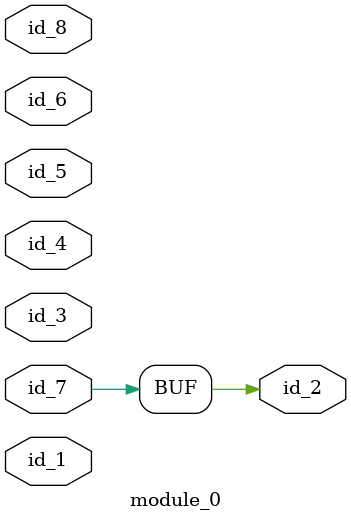
<source format=v>
module module_0 (
    id_1,
    id_2,
    id_3,
    id_4,
    id_5,
    id_6,
    id_7,
    id_8
);
  inout id_8;
  inout id_7;
  inout id_6;
  inout id_5;
  inout id_4;
  inout id_3;
  output id_2;
  input id_1;
  assign id_2 = id_7;
endmodule

</source>
